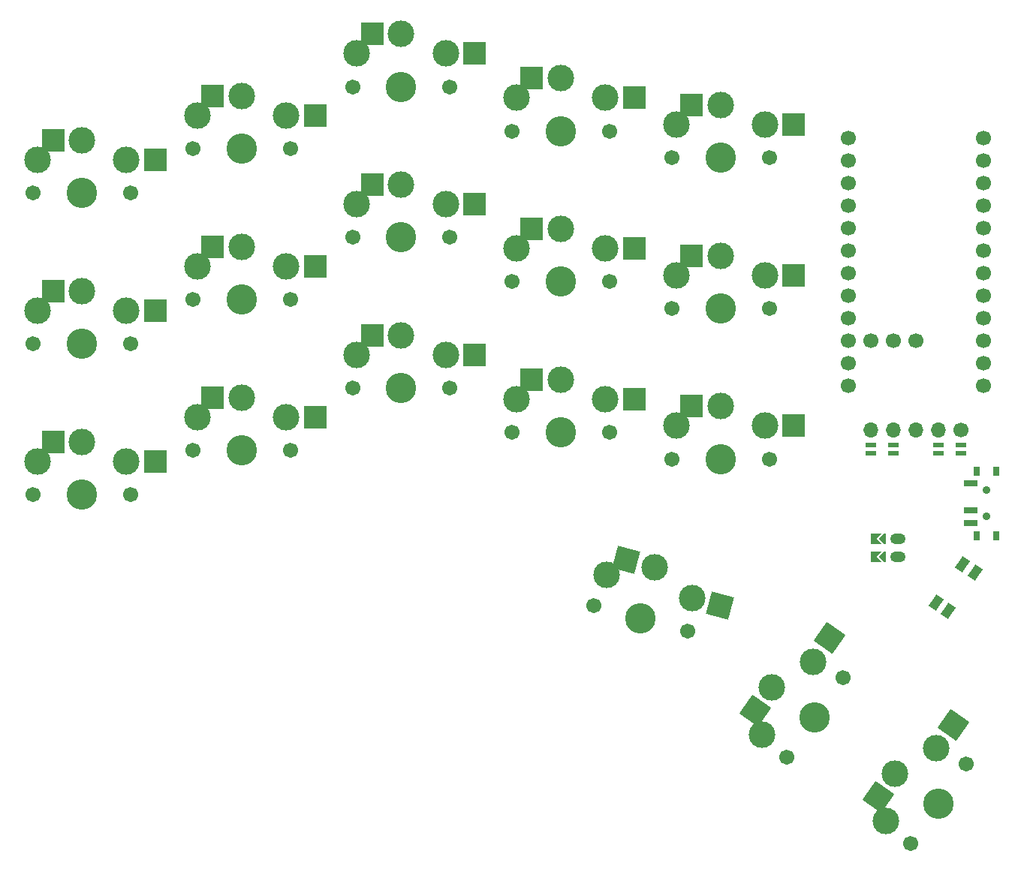
<source format=gbr>
%TF.GenerationSoftware,KiCad,Pcbnew,9.0.0*%
%TF.CreationDate,2025-03-13T17:07:21-04:00*%
%TF.ProjectId,Tenebra,54656e65-6272-4612-9e6b-696361645f70,v1.0.0*%
%TF.SameCoordinates,Original*%
%TF.FileFunction,Soldermask,Bot*%
%TF.FilePolarity,Negative*%
%FSLAX46Y46*%
G04 Gerber Fmt 4.6, Leading zero omitted, Abs format (unit mm)*
G04 Created by KiCad (PCBNEW 9.0.0) date 2025-03-13 17:07:21*
%MOMM*%
%LPD*%
G01*
G04 APERTURE LIST*
G04 Aperture macros list*
%AMRotRect*
0 Rectangle, with rotation*
0 The origin of the aperture is its center*
0 $1 length*
0 $2 width*
0 $3 Rotation angle, in degrees counterclockwise*
0 Add horizontal line*
21,1,$1,$2,0,0,$3*%
%AMFreePoly0*
4,1,6,0.600000,-1.000000,0.000000,-0.400000,-0.600000,-1.000000,-0.600000,0.250000,0.600000,0.250000,0.600000,-1.000000,0.600000,-1.000000,$1*%
%AMFreePoly1*
4,1,6,0.600000,-0.200000,0.600000,-0.400000,-0.600000,-0.400000,-0.600000,-0.200000,0.000000,0.400000,0.600000,-0.200000,0.600000,-0.200000,$1*%
G04 Aperture macros list end*
%ADD10C,1.701800*%
%ADD11C,3.000000*%
%ADD12C,3.429000*%
%ADD13R,2.600000X2.600000*%
%ADD14C,1.700000*%
%ADD15RotRect,2.600000X2.600000X55.000000*%
%ADD16FreePoly0,90.000000*%
%ADD17O,1.750000X1.200000*%
%ADD18FreePoly1,90.000000*%
%ADD19RotRect,1.550000X1.000000X55.000000*%
%ADD20R,0.800000X1.000000*%
%ADD21C,0.900000*%
%ADD22R,1.500000X0.700000*%
%ADD23O,1.700000X1.700000*%
%ADD24R,1.200000X0.600000*%
%ADD25RotRect,2.600000X2.600000X345.000000*%
G04 APERTURE END LIST*
D10*
%TO.C,S9*%
X130500000Y-54000000D03*
D11*
X131000000Y-50250000D03*
X136000000Y-48050000D03*
X136000000Y-48050000D03*
D12*
X136000000Y-54000000D03*
D11*
X141000000Y-50250000D03*
D10*
X141500000Y-54000000D03*
D13*
X132725000Y-48050000D03*
X144275000Y-50250000D03*
%TD*%
D14*
%TO.C,MCU1*%
X201620000Y-59800000D03*
X201620000Y-62340000D03*
X201620000Y-64880000D03*
X201620000Y-67420000D03*
X201620000Y-69960000D03*
X201620000Y-72500000D03*
X201620000Y-75040000D03*
X201620000Y-77580000D03*
X201620000Y-80120000D03*
X201620000Y-82660000D03*
X201620000Y-85200000D03*
X201620000Y-87740000D03*
X186380000Y-87740000D03*
X186380000Y-85200000D03*
X186380000Y-82660000D03*
X186380000Y-80120000D03*
X186380000Y-77580000D03*
X186380000Y-75040000D03*
X186380000Y-72500000D03*
X186380000Y-69960000D03*
X186380000Y-67420000D03*
X186380000Y-64880000D03*
X186380000Y-62340000D03*
X186380000Y-59800000D03*
X188920000Y-82660000D03*
X191460000Y-82660000D03*
X194000000Y-82660000D03*
%TD*%
D10*
%TO.C,S17*%
X179483634Y-129652489D03*
D11*
X176698602Y-127092002D03*
X177764349Y-121734373D03*
X177764349Y-121734373D03*
D12*
X182638304Y-125147153D03*
D11*
X182434366Y-118900481D03*
D10*
X185792974Y-120641817D03*
D15*
X175885887Y-124417096D03*
X184312829Y-116217758D03*
%TD*%
D16*
%TO.C,JST1*%
X189184000Y-107000000D03*
X189184000Y-105000000D03*
D17*
X192000000Y-105000000D03*
X192000000Y-107000000D03*
D18*
X190200000Y-105000000D03*
X190200000Y-107000000D03*
%TD*%
D19*
%TO.C,RST1*%
X200701917Y-108837266D03*
X199309359Y-107862186D03*
X197690641Y-113137814D03*
X196298083Y-112162734D03*
%TD*%
D10*
%TO.C,S4*%
X112500000Y-95000000D03*
D11*
X113000000Y-91250000D03*
X118000000Y-89050000D03*
X118000000Y-89050000D03*
D12*
X118000000Y-95000000D03*
D11*
X123000000Y-91250000D03*
D10*
X123500000Y-95000000D03*
D13*
X114725000Y-89050000D03*
X126275000Y-91250000D03*
%TD*%
D10*
%TO.C,S12*%
X148500000Y-59000000D03*
D11*
X149000000Y-55250000D03*
X154000000Y-53050000D03*
X154000000Y-53050000D03*
D12*
X154000000Y-59000000D03*
D11*
X159000000Y-55250000D03*
D10*
X159500000Y-59000000D03*
D13*
X150725000Y-53050000D03*
X162275000Y-55250000D03*
%TD*%
D10*
%TO.C,S1*%
X94500000Y-100000000D03*
D11*
X95000000Y-96250000D03*
X100000000Y-94050000D03*
X100000000Y-94050000D03*
D12*
X100000000Y-100000000D03*
D11*
X105000000Y-96250000D03*
D10*
X105500000Y-100000000D03*
D13*
X96725000Y-94050000D03*
X108275000Y-96250000D03*
%TD*%
D10*
%TO.C,S15*%
X166500000Y-62000000D03*
D11*
X167000000Y-58250000D03*
X172000000Y-56050000D03*
X172000000Y-56050000D03*
D12*
X172000000Y-62000000D03*
D11*
X177000000Y-58250000D03*
D10*
X177500000Y-62000000D03*
D13*
X168725000Y-56050000D03*
X180275000Y-58250000D03*
%TD*%
D10*
%TO.C,S6*%
X112500000Y-61000000D03*
D11*
X113000000Y-57250000D03*
X118000000Y-55050000D03*
X118000000Y-55050000D03*
D12*
X118000000Y-61000000D03*
D11*
X123000000Y-57250000D03*
D10*
X123500000Y-61000000D03*
D13*
X114725000Y-55050000D03*
X126275000Y-57250000D03*
%TD*%
D10*
%TO.C,S14*%
X166500000Y-79000000D03*
D11*
X167000000Y-75250000D03*
X172000000Y-73050000D03*
X172000000Y-73050000D03*
D12*
X172000000Y-79000000D03*
D11*
X177000000Y-75250000D03*
D10*
X177500000Y-79000000D03*
D13*
X168725000Y-73050000D03*
X180275000Y-75250000D03*
%TD*%
D10*
%TO.C,S10*%
X148500000Y-93000000D03*
D11*
X149000000Y-89250000D03*
X154000000Y-87050000D03*
X154000000Y-87050000D03*
D12*
X154000000Y-93000000D03*
D11*
X159000000Y-89250000D03*
D10*
X159500000Y-93000000D03*
D13*
X150725000Y-87050000D03*
X162275000Y-89250000D03*
%TD*%
D10*
%TO.C,S8*%
X130500000Y-71000000D03*
D11*
X131000000Y-67250000D03*
X136000000Y-65050000D03*
X136000000Y-65050000D03*
D12*
X136000000Y-71000000D03*
D11*
X141000000Y-67250000D03*
D10*
X141500000Y-71000000D03*
D13*
X132725000Y-65050000D03*
X144275000Y-67250000D03*
%TD*%
D10*
%TO.C,S11*%
X148500000Y-76000000D03*
D11*
X149000000Y-72250000D03*
X154000000Y-70050000D03*
X154000000Y-70050000D03*
D12*
X154000000Y-76000000D03*
D11*
X159000000Y-72250000D03*
D10*
X159500000Y-76000000D03*
D13*
X150725000Y-70050000D03*
X162275000Y-72250000D03*
%TD*%
D10*
%TO.C,S13*%
X166500000Y-96000000D03*
D11*
X167000000Y-92250000D03*
X172000000Y-90050000D03*
X172000000Y-90050000D03*
D12*
X172000000Y-96000000D03*
D11*
X177000000Y-92250000D03*
D10*
X177500000Y-96000000D03*
D13*
X168725000Y-90050000D03*
X180275000Y-92250000D03*
%TD*%
D10*
%TO.C,S2*%
X94500000Y-83000000D03*
D11*
X95000000Y-79250000D03*
X100000000Y-77050000D03*
X100000000Y-77050000D03*
D12*
X100000000Y-83000000D03*
D11*
X105000000Y-79250000D03*
D10*
X105500000Y-83000000D03*
D13*
X96725000Y-77050000D03*
X108275000Y-79250000D03*
%TD*%
D10*
%TO.C,S7*%
X130500000Y-88000000D03*
D11*
X131000000Y-84250000D03*
X136000000Y-82050000D03*
X136000000Y-82050000D03*
D12*
X136000000Y-88000000D03*
D11*
X141000000Y-84250000D03*
D10*
X141500000Y-88000000D03*
D13*
X132725000Y-82050000D03*
X144275000Y-84250000D03*
%TD*%
D10*
%TO.C,S3*%
X94500000Y-66000000D03*
D11*
X95000000Y-62250000D03*
X100000000Y-60050000D03*
X100000000Y-60050000D03*
D12*
X100000000Y-66000000D03*
D11*
X105000000Y-62250000D03*
D10*
X105500000Y-66000000D03*
D13*
X96725000Y-60050000D03*
X108275000Y-62250000D03*
%TD*%
D10*
%TO.C,S18*%
X193409219Y-139403288D03*
D11*
X190624187Y-136842801D03*
X191689934Y-131485172D03*
X191689934Y-131485172D03*
D12*
X196563889Y-134897952D03*
D11*
X196359951Y-128651280D03*
D10*
X199718559Y-130392616D03*
D15*
X189811472Y-134167895D03*
X198238414Y-125968557D03*
%TD*%
D20*
%TO.C,PWR1*%
X200915000Y-97350000D03*
X200915000Y-104650000D03*
D21*
X202025000Y-99500000D03*
X202025000Y-102500000D03*
D20*
X203125000Y-97350000D03*
X203125000Y-104650000D03*
D22*
X200265000Y-98750000D03*
X200265000Y-101750000D03*
X200265000Y-103250000D03*
%TD*%
D10*
%TO.C,S5*%
X112500000Y-78000000D03*
D11*
X113000000Y-74250000D03*
X118000000Y-72050000D03*
X118000000Y-72050000D03*
D12*
X118000000Y-78000000D03*
D11*
X123000000Y-74250000D03*
D10*
X123500000Y-78000000D03*
D13*
X114725000Y-72050000D03*
X126275000Y-74250000D03*
%TD*%
D23*
%TO.C,DISP1*%
X188920000Y-92700000D03*
X191460000Y-92700000D03*
X194000000Y-92700000D03*
X196540000Y-92700000D03*
D14*
X199080000Y-92700000D03*
D24*
X199080000Y-95350000D03*
X196540000Y-95350000D03*
X191460000Y-95350000D03*
X188920000Y-95350000D03*
X199080000Y-94450000D03*
X196540000Y-94450000D03*
X191460000Y-94450000D03*
X188920000Y-94450000D03*
%TD*%
D10*
%TO.C,S16*%
X157687408Y-112576495D03*
D11*
X159140942Y-109083683D03*
X164539973Y-108252741D03*
X164539973Y-108252741D03*
D12*
X163000000Y-114000000D03*
D11*
X168800201Y-111671873D03*
D10*
X168312592Y-115423505D03*
D25*
X161376566Y-107405109D03*
X171963608Y-112519506D03*
%TD*%
M02*

</source>
